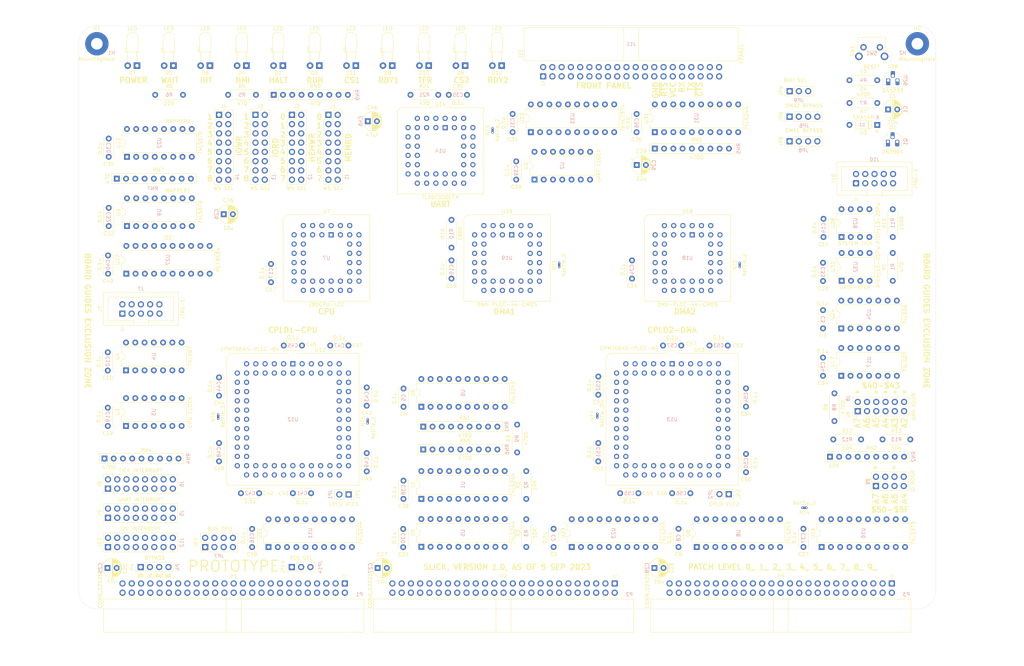
<source format=kicad_pcb>
(kicad_pcb (version 20211014) (generator pcbnew)
  (layers (0 "F.Cu" signal) (31 "B.Cu" signal) (34 "B.Paste" user) (35 "F.Paste" user) (36 "B.SilkS" user "B.Silkscreen") (37 "F.SilkS" user "F.Silkscreen") (38 "B.Mask" user) (39 "F.Mask" user) (44 "Edge.Cuts" user))
  (net 0 "")
  (net 1 "GND")
  (net 2 "VCC")
  (net 3 "Net-(D2-Pad1)")
  (net 4 "Net-(D4-Pad2)")
  (net 5 "Net-(D5-Pad2)")
  (net 6 "Net-(D8-Pad1)")
  (net 7 "Net-(D1-Pad1)")
  (net 8 "Net-(D4-Pad1)")
  (net 9 "Net-(D10-Pad2)")
  (net 10 "Net-(R21-Pad2)")
  (net 11 "Net-(J12-Pad1)")
  (net 13 "IM2-S2")
  (net 14 "~{WAIT}")
  (net 15 "~{INT0}")
  (net 16 "~{TEND1}")
  (net 17 "~{TEND0}")
  (net 18 "~{DREQ1}")
  (net 19 "~{DREQ0}")
  (net 20 "~{IEI}")
  (net 21 "-12V")
  (net 22 "~{EIRQ0}")
  (net 23 "~{EIRQ1}")
  (net 24 "~{EIRQ2}")
  (net 25 "~{EIRQ3}")
  (net 26 "~{EIRQ4}")
  (net 27 "~{EIRQ5}")
  (net 28 "~{EIRQ6}")
  (net 29 "~{EIRQ7}")
  (net 30 "~{RFSH}")
  (net 31 "~{HALT}")
  (net 32 "~{BUSRQ}")
  (net 33 "/bus/CRUCLK")
  (net 34 "~{NMI}")
  (net 35 "CLK")
  (net 36 "~{BUSACK}")
  (net 37 "~{M1}")
  (net 38 "~{MREQ}")
  (net 39 "~{IORQ}")
  (net 40 "~{WR}")
  (net 41 "~{RD}")
  (net 42 "A0")
  (net 43 "A1")
  (net 44 "A2")
  (net 45 "A3")
  (net 46 "A4")
  (net 47 "A5")
  (net 48 "A6")
  (net 49 "A7")
  (net 50 "A8")
  (net 51 "A9")
  (net 52 "A10")
  (net 53 "A11")
  (net 54 "A12")
  (net 55 "A13")
  (net 56 "A14")
  (net 57 "A15")
  (net 58 "+12V")
  (net 59 "D0")
  (net 60 "D1")
  (net 61 "D2")
  (net 62 "D3")
  (net 63 "D4")
  (net 64 "D5")
  (net 65 "D6")
  (net 66 "D7")
  (net 67 "/CPLDs/VCC1")
  (net 68 "/CPLDs/VCC2")
  (net 69 "1WS")
  (net 70 "2WS")
  (net 71 "3WS")
  (net 72 "4WS")
  (net 73 "ONE")
  (net 74 "ZERO")
  (net 75 "Net-(D9-Pad1)")
  (net 76 "Net-(D11-Pad1)")
  (net 77 "Net-(D12-Pad1)")
  (net 78 "5WS")
  (net 79 "Net-(JP7-Pad7)")
  (net 80 "Net-(JP7-Pad5)")
  (net 81 "Net-(JP7-Pad3)")
  (net 82 "Net-(JP7-Pad1)")
  (net 83 "~{BAO}")
  (net 84 "Net-(J11-Pad19)")
  (net 85 "Net-(J11-Pad17)")
  (net 86 "Net-(J11-Pad15)")
  (net 87 "WS-MEMRD")
  (net 88 "WS-MEMWR")
  (net 89 "WS-IORD")
  (net 90 "WS-IOWR")
  (net 91 "~{IM2-EN}")
  (net 92 "~{DMA-BAO2}")
  (net 93 "~{DMA-IEO2}")
  (net 94 "~{CPU-BUSACK}")
  (net 95 "~{DMA-IEI1}")
  (net 96 "~{DMA-INT-PULSE1}")
  (net 97 "~{DMA-INT-PULSE2}")
  (net 98 "~{CPU-IORQ}")
  (net 99 "6WS")
  (net 100 "~{CPU-RESET}")
  (net 101 "BUSACK")
  (net 102 "CPU-A1")
  (net 103 "CPU-A0")
  (net 104 "READY")
  (net 105 "~{IM2-INT}")
  (net 106 "~{CPU-WAIT}")
  (net 107 "~{CPU-M1}")
  (net 108 "~{CPU-RFSH}")
  (net 109 "~{CPU-WR}")
  (net 110 "~{CPU-BUSRQ}")
  (net 111 "~{CPU-RD}")
  (net 112 "~{CPU-MREQ}")
  (net 113 "~{BUS-EN}")
  (net 114 "DATA-DIR")
  (net 115 "~{DMA-CS2}")
  (net 116 "~{DMA-CS1}")
  (net 117 "DMA-RDY2")
  (net 118 "~{DMA-RESET2}")
  (net 119 "DMA-RDY1")
  (net 120 "~{DMA-RESET1}")
  (net 121 "I2C-SDA")
  (net 122 "7WS")
  (net 123 "8WS")
  (net 124 "I2C-SCL")
  (net 125 "~{EXT-RES}")
  (net 126 "~{FP-LATCH-RD}")
  (net 127 "~{RES-OUT}")
  (net 128 "FP-LATCH-WR")
  (net 129 "~{FP-LATCH}")
  (net 130 "~{RES-IN}")
  (net 131 "Net-(JP9-Pad2)")
  (net 132 "/fpanel/FP-D7")
  (net 133 "/fpanel/FP-D6")
  (net 134 "/fpanel/FP-D5")
  (net 135 "/fpanel/FP-D4")
  (net 136 "/fpanel/FP-D3")
  (net 137 "/fpanel/FP-D2")
  (net 138 "/fpanel/FP-D1")
  (net 139 "/fpanel/FP-D0")
  (net 140 "~{DMA-BAO1}")
  (net 141 "~{DMA-IEO1}")
  (net 142 "/DMA/GND-DMA1")
  (net 143 "/DMA/GND-DMA2")
  (net 144 "CPU-A3")
  (net 145 "CPU-A4")
  (net 146 "CPU-A2")
  (net 147 "CPU-A5")
  (net 148 "CPU-A6")
  (net 149 "CPU-A7")
  (net 150 "RAW-CLK")
  (net 151 "CPU-A11")
  (net 152 "CPU-A12")
  (net 153 "CPU-A10")
  (net 154 "CPU-A13")
  (net 155 "CPU-A9")
  (net 156 "CPU-A14")
  (net 157 "CPU-A8")
  (net 158 "CPU-A15")
  (net 159 "~{CPU-NMI}")
  (net 160 "~{CPU-INT}")
  (net 161 "~{CPU-HALT}")
  (net 162 "CPU-D1")
  (net 163 "CPU-D7")
  (net 164 "CPU-D6")
  (net 165 "CPU-D3")
  (net 166 "CPU-D0")
  (net 167 "CPU-D2")
  (net 168 "CPU-D5")
  (net 169 "CPU-D4")
  (net 170 "A16")
  (net 171 "A17")
  (net 172 "A18")
  (net 173 "A19")
  (net 174 "A20")
  (net 175 "A21")
  (net 176 "mA21")
  (net 177 "mA20")
  (net 178 "mA19")
  (net 179 "mA18")
  (net 180 "mA17")
  (net 181 "mA16")
  (net 182 "mA15")
  (net 183 "mA14")
  (net 184 "~{PAGE-EN}")
  (net 185 "SEL-A14")
  (net 186 "SEL-A15")
  (net 187 "~{IEO}")
  (net 188 "~{BAI}")
  (net 189 "~{IM2-IEO}")
  (net 190 "IO-SEL")
  (net 191 "~{PAGE-WR}")
  (net 192 "TCK-1")
  (net 193 "INT")
  (net 194 "RESET")
  (net 195 "~{CS-UART}")
  (net 196 "470H")
  (net 197 "470G")
  (net 198 "470E")
  (net 199 "470F")
  (net 200 "470A")
  (net 201 "470D")
  (net 202 "470C")
  (net 203 "470B")
  (net 204 "10KA")
  (net 205 "UART-CLK")
  (net 206 "Net-(U14-Pad10)")
  (net 207 "Net-(J5-Pad1)")
  (net 214 "TDO-1")
  (net 215 "/bus/E")
  (net 216 "/bus/ST")
  (net 217 "/bus/PHI")
  (net 218 "/bus/~{INT2}")
  (net 219 "/bus/~{INT1}")
  (net 220 "TMS-1")
  (net 221 "/bus/CRUOUT")
  (net 222 "/bus/CRUIN")
  (net 224 "/bus/USER8")
  (net 225 "/bus/USER7")
  (net 226 "/bus/USER6")
  (net 227 "/bus/USER5")
  (net 228 "/bus/USER4")
  (net 229 "/bus/USER3")
  (net 230 "/bus/USER2")
  (net 231 "/bus/USER1")
  (net 232 "/bus/USER0")
  (net 234 "/bus/A31")
  (net 235 "/bus/A30")
  (net 236 "/bus/A29")
  (net 237 "/bus/A28")
  (net 238 "/bus/A27")
  (net 239 "/bus/A26")
  (net 240 "/bus/A25")
  (net 241 "/bus/A24")
  (net 242 "/bus/A23")
  (net 243 "/bus/A22")
  (net 244 "/bus/IC3")
  (net 245 "/bus/IC2")
  (net 246 "/bus/IC1")
  (net 247 "/bus/IC0")
  (net 248 "/bus/AUXCLK1")
  (net 249 "/bus/AUXCLK0")
  (net 250 "/bus/D15")
  (net 251 "/bus/D31")
  (net 252 "/bus/D14")
  (net 253 "/bus/D30")
  (net 254 "/bus/D13")
  (net 255 "/bus/D29")
  (net 256 "/bus/D12")
  (net 257 "/bus/D28")
  (net 258 "/bus/D11")
  (net 259 "/bus/D27")
  (net 260 "/bus/D10")
  (net 261 "/bus/D26")
  (net 262 "/bus/D9")
  (net 263 "/bus/D25")
  (net 264 "/bus/D8")
  (net 265 "/bus/D24")
  (net 266 "/bus/D23")
  (net 267 "/bus/D22")
  (net 268 "/bus/D21")
  (net 269 "/bus/D20")
  (net 270 "/bus/D19")
  (net 271 "/bus/D18")
  (net 272 "/bus/D17")
  (net 273 "/bus/D16")
  (net 274 "/bus/~{BUSERR}")
  (net 275 "/bus/UDS")
  (net 276 "/bus/~{VPA}")
  (net 277 "/bus/LDS")
  (net 278 "/bus/~{VMA}")
  (net 279 "/bus/S2")
  (net 280 "/bus/~{BHE}")
  (net 281 "/bus/S1")
  (net 282 "/bus/IPL2")
  (net 283 "/bus/S0")
  (net 284 "/bus/IPL1")
  (net 285 "/bus/AUXCLK3")
  (net 286 "/bus/IPL0")
  (net 287 "/bus/AUXCLK2")
  (net 288 "~{CS-MAP}")
  (net 290 "TDI-1")
  (net 291 "Q7")
  (net 312 "Q6")
  (net 324 "Q5")
  (net 329 "Q4")
  (net 330 "Q3")
  (net 331 "Q2")
  (net 332 "R7")
  (net 333 "~{INT-I2C}")
  (net 334 "INT-I2C")
  (net 335 "R6")
  (net 336 "~{CS-I2C-WR}")
  (net 337 "R5")
  (net 338 "R4")
  (net 339 "Net-(J6-Pad1)")
  (net 340 "Net-(Q1-Pad2)")
  (net 342 "TCK-2")
  (net 343 "TDO-2")
  (net 344 "TMS-2")
  (net 348 "TDI-2")
  (net 349 "~{A-PRIME}")
  (net 368 "~{CS-I2C}")
  (net 371 "~{RTS}")
  (net 372 "RX")
  (net 373 "TX")
  (net 374 "~{CTS}")
  (net 375 "DATA-XFER")
  (net 376 "~{WAIT-EN}")
  (net 378 "~{IM2-EN-OE}")
  (net 379 "~{INT0-EN}")
  (net 380 "Net-(J11-Pad5)")
  (net 381 "Net-(J11-Pad7)")
  (net 382 "Net-(J11-Pad9)")
  (net 383 "Net-(J11-Pad11)")
  (net 384 "Net-(J11-Pad13)")
  (net 385 "Net-(R11-Pad1)")
  (net 387 "IM2-S1")
  (net 388 "IM2-S0")
  (net 389 "~{A}")
  (net 390 "GND1")
  (net 391 "GND2")
  (footprint "Connector_IDC:IDC-Header_2x25_P2.54mm_Horizontal" (layer "F.Cu") (at 108 223 -90)
    (fp_text reference "P1")
    (fp_text value "CONN_02X25")
  )
  (footprint "Capacitor_THT:C_Disc_D5.0mm_W2.5mm_P5.00mm" (layer "F.Cu") (at 165.25 208 -90)
    (fp_text reference "C2")
    (fp_text value "0.1u")
  )
  (footprint "Capacitor_THT:C_Disc_D5.0mm_W2.5mm_P5.00mm" (layer "F.Cu") (at 239.125 148.05 -90)
    (fp_text reference "C3")
    (fp_text value "0.1u")
  )
  (footprint "Capacitor_THT:C_Disc_D5.0mm_W2.5mm_P5.00mm" (layer "F.Cu") (at 124.1 169.55 -90)
    (fp_text reference "C5")
    (fp_text value "0.1u")
  )
  (footprint "Capacitor_THT:C_Disc_D5.0mm_W2.5mm_P5.00mm" (layer "F.Cu") (at 199.5 208 -90)
    (fp_text reference "C8")
    (fp_text value "0.1u")
  )
  (footprint "Capacitor_THT:C_Disc_D5.0mm_W2.5mm_P5.00mm" (layer "F.Cu") (at 42.995 159.6 -90)
    (fp_text reference "C10")
    (fp_text value "0.1u")
  )
  (footprint "Capacitor_THT:C_Disc_D5.0mm_W2.5mm_P5.00mm" (layer "F.Cu") (at 239.25 123 -90)
    (fp_text reference "C14")
    (fp_text value "0.1u")
  )
  (footprint "Capacitor_THT:C_Disc_D5.0mm_W2.5mm_P5.00mm" (layer "F.Cu") (at 137.25 134.4 -90)
    (fp_text reference "C15")
    (fp_text value "0.1u")
  )
  (footprint "Capacitor_THT:CP_Radial_D5.0mm_P2.50mm" (layer "F.Cu") (at 42.9296 218.75)
    (fp_text reference "C25")
    (fp_text value "10u")
  )
  (footprint "Capacitor_THT:CP_Radial_D5.0mm_P2.50mm" (layer "F.Cu") (at 74.794888 121.75)
    (fp_text reference "C26")
    (fp_text value "10u")
  )
  (footprint "Capacitor_THT:C_Disc_D5.0mm_W2.5mm_P5.00mm" (layer "F.Cu") (at 87.75 135.39 -90)
    (fp_text reference "C17")
    (fp_text value "0.1u")
  )
  (footprint "Capacitor_THT:C_Disc_D5.0mm_W2.5mm_P5.00mm" (layer "F.Cu") (at 124 208.05 -90)
    (fp_text reference "C20")
    (fp_text value "0.1u")
  )
  (footprint "Capacitor_THT:CP_Radial_D5.0mm_P2.50mm" (layer "F.Cu") (at 117 218.75)
    (fp_text reference "C27")
    (fp_text value "10u")
  )
  (footprint "Capacitor_THT:CP_Radial_D5.0mm_P2.50mm" (layer "F.Cu") (at 192.8847 218.75)
    (fp_text reference "C28")
    (fp_text value "10u")
  )
  (footprint "Capacitor_THT:CP_Radial_D5.0mm_P2.50mm" (layer "F.Cu") (at 188.0449 108.25)
    (fp_text reference "C29")
    (fp_text value "22u")
  )
  (footprint "LED_THT:LED_D3.0mm_Horizontal_O3.81mm_Z2.0mm" (layer "F.Cu") (at 81 81 180)
    (fp_text reference "D4")
    (fp_text value "LED")
  )
  (footprint "LED_THT:LED_D3.0mm_Horizontal_O3.81mm_Z2.0mm" (layer "F.Cu") (at 61 81 180)
    (fp_text reference "D5")
    (fp_text value "LED")
  )
  (footprint "LED_THT:LED_D3.0mm_Horizontal_O3.81mm_Z2.0mm" (layer "F.Cu") (at 71 81 180)
    (fp_text reference "D6")
    (fp_text value "LED")
  )
  (footprint "LED_THT:LED_D3.0mm_Horizontal_O3.81mm_Z2.0mm" (layer "F.Cu") (at 91 81 180)
    (fp_text reference "D1")
    (fp_text value "LED")
  )
  (footprint "LED_THT:LED_D3.0mm_Horizontal_O3.81mm_Z2.0mm" (layer "F.Cu") (at 101 81 180)
    (fp_text reference "D2")
    (fp_text value "LED")
  )
  (footprint "Resistor_THT:R_Axial_DIN0207_L6.3mm_D2.5mm_P7.62mm_Horizontal" (layer "F.Cu") (at 76 89)
    (fp_text reference "R5")
    (fp_text value "470")
  )
  (footprint "Resistor_THT:R_Axial_DIN0207_L6.3mm_D2.5mm_P7.62mm_Horizontal" (layer "F.Cu") (at 56 89)
    (fp_text reference "R6")
    (fp_text value "220")
  )
  (footprint "Resistor_THT:R_Array_SIP9" (layer "F.Cu") (at 241.015 188.25)
    (fp_text reference "RN2")
    (fp_text value "10K")
  )
  (footprint "Package_DIP:DIP-14_W7.62mm" (layer "F.Cu") (at 47.995 164.55 90)
    (fp_text reference "U4")
    (fp_text value "74LS07")
  )
  (footprint "Package_DIP:DIP-20_W7.62mm" (layer "F.Cu") (at 128.975 212.95 90)
    (fp_text reference "U5")
    (fp_text value "74LS244")
  )
  (footprint "Package_DIP:DIP-20_W7.62mm" (layer "F.Cu") (at 128.975 174.55 90)
    (fp_text reference "U6")
    (fp_text value "74LS244")
  )
  (footprint "Package_DIP:DIP-20_W7.62mm" (layer "F.Cu") (at 204.5 213 90)
    (fp_text reference "U8")
    (fp_text value "74LS245")
  )
  (footprint "Package_DIP:DIP-20_W7.62mm" (layer "F.Cu") (at 128.975 199.8 90)
    (fp_text reference "U1")
    (fp_text value "74LS244")
  )
  (footprint "Connector_IDC:IDC-Header_2x25_P2.54mm_Horizontal" (layer "F.Cu") (at 182 223 -90)
    (fp_text reference "P2")
    (fp_text value "CONN_02X25")
  )
  (footprint "MountingHole:MountingHole_3.2mm_M3_Pad" (layer "F.Cu") (at 265 75)
    (fp_text reference "H2")
    (fp_text value "MountingHole")
  )
  (footprint "Resistor_THT:R_Array_SIP9" (layer "F.Cu") (at 129.5 180)
    (fp_text reference "RN1")
    (fp_text value "4700")
  )
  (footprint "Package_DIP:DIP-20_W7.62mm" (layer "F.Cu") (at 87.075 213.025 90)
    (fp_text reference "U11")
    (fp_text value "74LS244")
  )
  (footprint "Package_DIP:DIP-20_W7.62mm" (layer "F.Cu") (at 238.75 213 90)
    (fp_text reference "U16")
    (fp_text value "74LS373")
  )
  (footprint "Connector_PinHeader_2.54mm:PinHeader_2x08_P2.54mm_Vertical" (layer "F.Cu") (at 83.5 94.5)
    (fp_text reference "J3")
    (fp_text value "WS SEL")
  )
  (footprint "Connector_PinHeader_2.54mm:PinHeader_2x08_P2.54mm_Vertical" (layer "F.Cu") (at 103.5 94.5)
    (fp_text reference "J1")
    (fp_text value "WS SEL")
  )
  (footprint "Capacitor_THT:C_Disc_D5.0mm_W2.5mm_P5.00mm" (layer "F.Cu") (at 42.995 174.8 -90)
    (fp_text reference "C19")
    (fp_text value "0.1u")
  )
  (footprint "Capacitor_THT:C_Disc_D5.0mm_W2.5mm_P5.00mm" (layer "F.Cu") (at 82.575 208.025 -90)
    (fp_text reference "C16")
    (fp_text value "0.1u")
  )
  (footprint "Package_DIP:DIP-14_W7.62mm" (layer "F.Cu") (at 47.995 179.8 90)
    (fp_text reference "U3")
    (fp_text value "CPU CLOCK")
  )
  (footprint "MountingHole:MountingHole_3.2mm_M3_Pad" (layer "F.Cu") (at 40 75)
    (fp_text reference "H1")
    (fp_text value "MountingHole")
  )
  (footprint "LED_THT:LED_D3.0mm_Horizontal_O3.81mm_Z2.0mm" (layer "F.Cu") (at 51 81 180)
    (fp_text reference "D7")
    (fp_text value "LED")
  )
  (footprint "Connector_IDC:IDC-Header_2x25_P2.54mm_Horizontal" (layer "F.Cu") (at 258 223 -90)
    (fp_text reference "P3")
    (fp_text value "CONN_02X25")
  )
  (footprint "Package_LCC:PLCC-84_THT-Socket" (layer "F.Cu") (at 197.75 162.76)
    (fp_text reference "U13")
    (fp_text value "EPM7064S-PLCC-84")
  )
  (footprint "Capacitor_THT:C_Disc_D5.0mm_W2.5mm_P5.00mm" (layer "F.Cu") (at 188 94.25 -90)
    (fp_text reference "C36")
    (fp_text value "0.1u")
  )
  (footprint "Capacitor_THT:C_Disc_D5.0mm_W2.5mm_P5.00mm" (layer "F.Cu") (at 124.075 194.8 -90)
    (fp_text reference "C38")
    (fp_text value "0.1u")
  )
  (footprint "Capacitor_THT:CP_Radial_D5.0mm_P2.50mm" (layer "F.Cu") (at 114.294888 96.25)
    (fp_text reference "C46")
    (fp_text value "47uF")
  )
  (footprint "LED_THT:LED_D3.0mm_Horizontal_O3.81mm_Z2.0mm" (layer "F.Cu") (at 121 81 180)
    (fp_text reference "D8")
    (fp_text value "LED")
  )
  (footprint "LED_THT:LED_D3.0mm_Horizontal_O3.81mm_Z2.0mm" (layer "F.Cu") (at 131 81 180)
    (fp_text reference "D10")
    (fp_text value "LED")
  )
  (footprint "Resistor_THT:R_Axial_DIN0207_L6.3mm_D2.5mm_P7.62mm_Horizontal" (layer "F.Cu") (at 126 89)
    (fp_text reference "R21")
    (fp_text value "470")
  )
  (footprint "Package_DIP:DIP-14_W7.62mm" (layer "F.Cu") (at 244.125 166.05 90)
    (fp_text reference "U17")
    (fp_text value "74LS07")
  )
  (footprint "Package_LCC:PLCC-44_THT-Socket" (layer "F.Cu") (at 153.75 127.4)
    (fp_text reference "U19")
    (fp_text value "DMA-PLCC-44-CMOS")
  )
  (footprint "Package_LCC:PLCC-44_THT-Socket" (layer "F.Cu") (at 104.25 127.39)
    (fp_text reference "U7")
    (fp_text value "Z80CPU-LCC")
  )
  (footprint "Connector_PinHeader_2.54mm:PinHeader_2x08_P2.54mm_Vertical" (layer "F.Cu") (at 73.5 94.5)
    (fp_text reference "J4")
    (fp_text value "WS SEL")
  )
  (footprint "Connector_PinHeader_2.54mm:PinHeader_2x08_P2.54mm_Vertical" (layer "F.Cu") (at 93.5 94.5)
    (fp_text reference "J2")
    (fp_text value "WS SEL")
  )
  (footprint "Capacitor_THT:CP_Radial_D5.0mm_P2.50mm" (layer "F.Cu") (at 256.984888 93)
    (fp_text reference "C1")
    (fp_text value "10u")
  )
  (footprint "LED_THT:LED_D3.0mm_Horizontal_O3.81mm_Z2.0mm" (layer "F.Cu") (at 141 81 180)
    (fp_text reference "D9")
    (fp_text value "LED")
  )
  (footprint "LED_THT:LED_D3.0mm_Horizontal_O3.81mm_Z2.0mm" (layer "F.Cu") (at 111 81 180)
    (fp_text reference "D11")
    (fp_text value "LED")
  )
  (footprint "LED_THT:LED_D3.0mm_Horizontal_O3.81mm_Z2.0mm" (layer "F.Cu") (at 151 81 180)
    (fp_text reference "D12")
    (fp_text value "LED")
  )
  (footprint "Package_DIP:DIP-14_W7.62mm" (layer "F.Cu") (at 244.125 153.05 90)
    (fp_text reference "U24")
    (fp_text value "74LS06")
  )
  (footprint "Connector_PinHeader_2.54mm:PinHeader_2x04_P2.54mm_Vertical" (layer "F.Cu") (at 69.7 213.025 90)
    (fp_text reference "JP7")
    (fp_text value "BUS CPU")
  )
  (footprint "Resistor_THT:R_Array_SIP9" (layer "F.Cu") (at 42.075 188.75)
    (fp_text reference "RN4")
    (fp_text value "4700")
  )
  (footprint "Connector_IDC:IDC-Header_2x20_P2.54mm_Horizontal" (layer "F.Cu") (at 162.37 83.9475 90)
    (fp_text reference "J11")
    (fp_text value "FPANEL")
  )
  (footprint "Resistor_THT:R_Axial_DIN0207_L6.3mm_D2.5mm_P7.62mm_Horizontal" (layer "F.Cu") (at 137.25 130.9 90)
    (fp_text reference "R10")
    (fp_text value "1800")
  )
  (footprint "Resistor_THT:R_Array_SIP9" (layer "F.Cu") (at 193 103.75)
    (fp_text reference "RN5")
    (fp_text value "4700")
  )
  (footprint "Package_DIP:DIP-20_W7.62mm" (layer "F.Cu") (at 193 99.25 90)
    (fp_text reference "U31")
    (fp_text value "74LS244")
  )
  (footprint "Connector_PinHeader_2.54mm:PinHeader_1x04_P2.54mm_Vertical" (layer "F.Cu") (at 229.95 101.75 90)
    (fp_text reference "JP8")
    (fp_text value "DMA1 BYPASS")
  )
  (footprint "Resistor_THT:R_Array_SIP9" (layer "F.Cu") (at 129.5 186.25)
    (fp_text reference "RN6")
    (fp_text value "4700")
  )
  (footprint "Package_DIP:DIP-20_W7.62mm" (layer "F.Cu") (at 159 99.25 90)
    (fp_text reference "U33")
    (fp_text value "74HCT374")
  )
  (footprint "Connector_PinHeader_2.54mm:PinHeader_1x03_P2.54mm_Vertical" (layer "F.Cu") (at 229.975 88 90)
    (fp_text reference "JP9")
    (fp_text value "BAO SEL")
  )
  (footprint "Capacitor_THT:C_Disc_D5.0mm_W2.5mm_P5.00mm" (layer "F.Cu") (at 233.75 208 -90)
    (fp_text reference "C37")
    (fp_text value "0.1u")
  )
  (footprint "Resistor_THT:R_Array_SIP9" (layer "F.Cu") (at 45.465 112)
    (fp_text reference "RN7")
    (fp_text value "470")
  )
  (footprint "Package_DIP:DIP-16_W7.62mm" (layer "F.Cu") (at 48.25 125 90)
    (fp_text reference "U9")
    (fp_text value "74LS670")
  )
  (footprint "Package_LCC:PLCC-84_THT-Socket" (layer "F.Cu") (at 93.75 162.76)
    (fp_text reference "U12")
    (fp_text value "EPM7064S-PLCC-84")
  )
  (footprint "Package_DIP:DIP-16_W7.62mm" (layer "F.Cu") (at 48.25 106 90)
    (fp_text reference "U22")
    (fp_text value "74LS670")
  )
  (footprint "Package_DIP:DIP-20_W7.62mm" (layer "F.Cu") (at 170.225 213 90)
    (fp_text reference "U23")
    (fp_text value "74LS244")
  )
  (footprint "Package_DIP:DIP-8_W7.62mm" (layer "F.Cu") (at 244.25 140 90)
    (fp_text reference "U32")
    (fp_text value "ATtiny13-20PU")
  )
  (footprint "Capacitor_THT:C_Disc_D5.0mm_W2.5mm_P5.00mm" (layer "F.Cu") (at 43.25 101 -90)
    (fp_text reference "C30")
    (fp_text value "0.1u")
  )
  (footprint "Capacitor_THT:C_Disc_D5.0mm_W2.5mm_P5.00mm" (layer "F.Cu") (at 154 94.25 -90)
    (fp_text reference "C31")
    (fp_text value "0.1u")
  )
  (footprint "Capacitor_THT:C_Disc_D5.0mm_W2.5mm_P5.00mm" (layer "F.Cu") (at 43.25 120 -90)
    (fp_text reference "C32")
    (fp_text value "0.1u")
  )
  (footprint "Capacitor_THT:C_Disc_D5.0mm_W2.5mm_P5.00mm" (layer "F.Cu") (at 239.125 135.05 -90)
    (fp_text reference "C33")
    (fp_text value "0.1u")
  )
  (footprint "Capacitor_THT:C_Disc_D5.0mm_W2.5mm_P5.00mm" (layer "F.Cu") (at 239.125 161.05 -90)
    (fp_text reference "C34")
    (fp_text value "0.1u")
  )
  (footprint "Capacitor_THT:C_Disc_D5.0mm_W2.5mm_P5.00mm" (layer "F.Cu") (at 136.5 89)
    (fp_text reference "C35")
    (fp_text value "0.1u")
  )
  (footprint "Package_LCC:PLCC-44_THT-Socket" (layer "F.Cu") (at 135.5 98)
    (fp_text reference "U14")
    (fp_text value "TL16C550CFN")
  )
  (footprint "Package_DIP:DIP-14_W7.62mm" (layer "F.Cu") (at 160 112.25 90)
    (fp_text reference "U2")
    (fp_text value "UART CLOCK")
  )
  (footprint "Diode_THT:D_DO-35_SOD27_P7.62mm_Horizontal" (layer "F.Cu") (at 254 97.25 180)
    (fp_text reference "D3")
    (fp_text value "1N4148")
  )
  (footprint "Resistor_THT:R_Axial_DIN0207_L6.3mm_D2.5mm_P7.62mm_Horizontal" (layer "F.Cu") (at 254 85 180)
    (fp_text reference "R4")
    (fp_text value "10")
  )
  (footprint "Button_Switch_THT:SW_Tactile_SPST_Angled_PTS645Vx58-2LFS" (layer "F.Cu") (at 250.225 75.9625)
    (fp_text reference "SW1")
    (fp_text value "RESET")
  )
  (footprint "Capacitor_THT:C_Disc_D5.0mm_W2.5mm_P5.00mm" (layer "F.Cu") (at 155 107.25 -90)
    (fp_text reference "C39")
    (fp_text value "0.1u")
  )
  (footprint "Resistor_THT:R_Array_SIP9" (layer "F.Cu") (at 88.5 89)
    (fp_text reference "RN9")
    (fp_text value "470")
  )
  (footprint "Resistor_THT:R_Axial_DIN0207_L6.3mm_D2.5mm_P7.62mm_Horizontal" (layer "F.Cu") (at 258.25 140 90)
    (fp_text reference "R1")
    (fp_text value "470")
  )
  (footprint "Package_LCC:PLCC-44_THT-Socket" (layer "F.Cu") (at 203.25 127.4)
    (fp_text reference "U18")
    (fp_text value "DMA-PLCC-44-CMOS")
  )
  (footprint "Connector_PinHeader_2.54mm:PinHeader_1x04_P2.54mm_Vertical" (layer "F.Cu") (at 229.95 95 90)
    (fp_text reference "JP6")
    (fp_text value "DMA2 BYPASS")
  )
  (footprint "Capacitor_THT:C_Disc_D5.0mm_W2.5mm_P5.00mm" (layer "F.Cu") (at 186.75 134.4 -90)
    (fp_text reference "C24")
    (fp_text value "0.1u")
  )
  (footprint "Connector_PinHeader_2.54mm:PinHeader_1x04_P2.54mm_Vertical" (layer "F.Cu") (at 52.018 218.5 90)
    (fp_text reference "P4")
    (fp_text value "BYPASS")
  )
  (footprint "Connector_IDC:IDC-Header_2x05_P2.54mm_Vertical" (layer "F.Cu") (at 248.17 113.2525 90)
    (fp_text reference "J10")
    (fp_text value "JTAG-2")
  )
  (footprint "Capacitor_THT:C_Disc_D5.0mm_W2.5mm_P5.00mm" (layer "F.Cu") (at 114 192.25 90)
    (fp_text reference "C49")
    (fp_text value "0.1u")
  )
  (footprint "Capacitor_THT:C_Disc_D5.0mm_W2.5mm_P5.00mm" (layer "F.Cu") (at 91.25 157.75)
    (fp_text reference "C45")
    (fp_text value "0.1u")
  )
  (footprint "Capacitor_THT:C_Disc_D5.0mm_W2.5mm_P5.00mm" (layer "F.Cu") (at 93.75 198.25)
    (fp_text reference "C41")
    (fp_text value "0.1u")
  )
  (footprint "Connector_PinHeader_2.54mm:PinHeader_2x06_P2.54mm_Vertical" (layer "F.Cu") (at 248.65 175.75 90)
    (fp_text reference "J8")
    (fp_text value "DMA ADDR")
  )
  (footprint "Capacitor_THT:C_Disc_D5.0mm_W2.5mm_P5.00mm" (layer "F.Cu") (at 104 157.75)
    (fp_text reference "C47")
    (fp_text value "0.1u")
  )
  (footprint "NetTie:NetTie-2_THT_Pad0.3mm" (layer "F.Cu") (at 216.25 136.25 90)
    (fp_text reference "NT2")
    (fp_text value "NetTie_2")
  )
  (footprint "Resistor_THT:R_Axial_DIN0207_L6.3mm_D2.5mm_P7.62mm_Horizontal" (layer "F.Cu") (at 157.75 213 90)
    (fp_text reference "R3")
    (fp_text value "10K")
  )
  (footprint "NetTie:NetTie-2_THT_Pad0.3mm" (layer "F.Cu") (at 234.6 202.25 180)
    (fp_text reference "NT4")
    (fp_text value "NetTie_2")
  )
  (footprint "NetTie:NetTie-2_THT_Pad0.3mm" (layer "F.Cu") (at 114.25 179.1 90)
    (fp_text reference "NT5")
    (fp_text value "NetTie_2")
  )
  (footprint "Resistor_THT:R_Axial_DIN0207_L6.3mm_D2.5mm_P7.62mm_Horizontal" (layer "F.Cu") (at 258.25 128 90)
    (fp_text reference "R11")
    (fp_text value "1000")
  )
  (footprint "Capacitor_THT:C_Disc_D5.0mm_W2.5mm_P5.00mm" (layer "F.Cu") (at 218 192.5 90)
    (fp_text reference "C50")
    (fp_text value "0.1u")
  )
  (footprint "NetTie:NetTie-2_THT_Pad0.3mm" (layer "F.Cu") (at 148.5 99.35 90)
    (fp_text reference "NT3")
    (fp_text value "NetTie_2")
  )
  (footprint "Connector_PinHeader_2.54mm:PinHeader_2x04_P2.54mm_Vertical" (layer "F.Cu") (at 253.64 196.275 90)
    (fp_text reference "J9")
    (fp_text value "IO ADDR")
  )
  (footprint "Capacitor_THT:C_Disc_D5.0mm_W2.5mm_P5.00mm" (layer "F.Cu") (at 177.5 184.5 -90)
    (fp_text reference "C51")
    (fp_text value "0.1u")
  )
  (footprint "Connector_PinHeader_2.54mm:PinHeader_2x01_P2.54mm_Vertical" (layer "F.Cu") (at 213.275 198.5 180)
    (fp_text reference "JP2")
    (fp_text value "CPLD VCC2")
  )
  (footprint "Capacitor_THT:C_Disc_D5.0mm_W2.5mm_P5.00mm" (layer "F.Cu") (at 195.25 157.75)
    (fp_text reference "C57")
    (fp_text value "0.1u")
  )
  (footprint "Connector_PinHeader_2.54mm:PinHeader_2x08_P2.54mm_Vertical" (layer "F.Cu") (at 43.05 196.985 90)
    (fp_text reference "J6")
    (fp_text value "TICK INTERRUPT")
  )
  (footprint "Capacitor_THT:C_Disc_D5.0mm_W2.5mm_P5.00mm" (layer "F.Cu") (at 73.5 184.5 -90)
    (fp_text reference "C48")
    (fp_text value "0.1u")
  )
  (footprint "Package_DIP:DIP-20_W7.62mm" (layer "F.Cu") (at 48.075 138.05 90)
    (fp_text reference "U27")
    (fp_text value "PCF8584")
  )
  (footprint "NetTie:NetTie-2_THT_Pad0.3mm" (layer "F.Cu") (at 166.75 136.25 90)
    (fp_text reference "NT1")
    (fp_text value "NetTie_2")
  )
  (footprint "Capacitor_THT:C_Disc_D5.0mm_W2.5mm_P5.00mm" (layer "F.Cu") (at 73.5 166.5 -90)
    (fp_text reference "C44")
    (fp_text value "0.1u")
  )
  (footprint "Capacitor_THT:C_Disc_D5.0mm_W2.5mm_P5.00mm" (layer "F.Cu") (at 197.75 198.25)
    (fp_text reference "C56")
    (fp_text value "0.1u")
  )
  (footprint "Capacitor_THT:C_Disc_D5.0mm_W2.5mm_P5.00mm" (layer "F.Cu") (at 177.5 166.25 -90)
    (fp_text reference "C52")
    (fp_text value "0.1u")
  )
  (footprint "Capacitor_THT:C_Disc_D5.0mm_W2.5mm_P5.00mm" (layer "F.Cu") (at 43.075 133.05 -90)
    (fp_text reference "C40")
    (fp_text value "0.1u")
  )
  (footprint "NetTie:NetTie-2_THT_Pad0.3mm" (layer "F.Cu") (at 177.25 177.6 90)
    (fp_text reference "NT7")
    (fp_text value "NetTie_2")
  )
  (footprint "Connector_PinHeader_2.54mm:PinHeader_2x08_P2.54mm_Vertical" (layer "F.Cu") (at 43.05 205 90)
    (fp_text reference "J5")
    (fp_text value "UART INTERRUPT")
  )
  (footprint "Package_DIP:DIP-8_W7.62mm" (layer "F.Cu") (at 244.2 127.99 90)
    (fp_text reference "U28")
    (fp_text value "ATtiny13-20PU")
  )
  (footprint "Capacitor_THT:C_Disc_D5.0mm_W2.5mm_P5.00mm" (layer "F.Cu") (at 188.5 198.25 180)
    (fp_text reference "C55")
    (fp_text value "0.1u")
  )
  (footprint "Resistor_THT:R_Axial_DIN0207_L6.3mm_D2.5mm_P7.62mm_Horizontal" (layer "F.Cu") (at 254 91.25 180)
    (fp_text reference "R7")
    (fp_text value "4700")
  )
  (footprint "Capacitor_THT:C_Disc_D5.0mm_W2.5mm_P5.00mm" (layer "F.Cu") (at 208 157.75)
    (fp_text reference "C53")
    (fp_text value "0.1u")
  )
  (footprint "Package_TO_SOT_THT:TO-92_HandSolder" (layer "F.Cu") (at 256.93 101.86)
    (fp_text reference "Q1")
    (fp_text value "2N3904")
  )
  (footprint "Resistor_THT:R_Axial_DIN0207_L6.3mm_D2.5mm_P7.62mm_Horizontal" (layer "F.Cu") (at 241.94 183.5)
    (fp_text reference "R12")
    (fp_text value "10K")
  )
  (footprint "Package_TO_SOT_THT:TO-92L_HandSolder" (layer "F.Cu") (at 257 85.05)
    (fp_text reference "U26")
    (fp_text value "DS1233")
  )
  (footprint "Connector_IDC:IDC-Header_2x05_P2.54mm_Vertical" (layer "F.Cu") (at 47 149 90)
    (fp_text reference "J7")
    (fp_text value "JTAG-1")
  )
  (footprint "Capacitor_THT:C_Disc_D5.0mm_W2.5mm_P5.00mm" (layer "F.Cu") (at 114 174.25 90)
    (fp_text reference "C43")
    (fp_text value "0.1u")
  )
  (footprint "NetTie:NetTie-2_THT_Pad0.3mm" (layer "F.Cu") (at 73.25 177.85 90)
    (fp_text reference "NT6")
    (fp_text value "NetTie_2")
  )
  (footprint "Connector_PinHeader_2.54mm:PinHeader_2x01_P2.54mm_Vertical" (layer "F.Cu") (at 109.025 198.59 180)
    (fp_text reference "JP1")
    (fp_text value "CPLD VCC1")
  )
  (footprint "Connector_PinHeader_2.54mm:PinHeader_1x03_P2.54mm_Vertical" (layer "F.Cu") (at 93.475 218.5 90)
    (fp_text reference "JP14")
    (fp_text value "RES SEL")
  )
  (footprint "Resistor_THT:R_Axial_DIN0207_L6.3mm_D2.5mm_P7.62mm_Horizontal" (layer "F.Cu") (at 155.25 187.06 90)
    (fp_text reference "R9")
    (fp_text value "4700")
  )
  (footprint "Resistor_THT:R_Axial_DIN0207_L6.3mm_D2.5mm_P7.62mm_Horizontal" (layer "F.Cu") (at 157.75 199.81 90)
    (fp_text reference "R2")
    (fp_text value "10K")
  )
  (footprint "Capacitor_THT:C_Disc_D5.0mm_W2.5mm_P5.00mm" (layer "F.Cu") (at 218 174.5 90)
    (fp_text reference "C54")
    (fp_text value "0.1u")
  )
  (footprint "Resistor_THT:R_Axial_DIN0207_L6.3mm_D2.5mm_P7.62mm_Horizontal" (layer "F.Cu") (at 242.25 178.475 90)
    (fp_text reference "R8")
    (fp_text value "4700")
  )
  (footprint "Capacitor_THT:C_Disc_D5.0mm_W2.5mm_P5.00mm" (layer "F.Cu") (at 84.5 198.25 180)
    (fp_text reference "C42")
    (fp_text value "0.1u")
  )
  (footprint "Connector_PinHeader_2.54mm:PinHeader_2x08_P2.54mm_Vertical" (layer "F.Cu") (at 43.05 213.025 90)
    (fp_text reference "J12")
    (fp_text value "I2C INTERRUPT")
  )
  (footprint "Resistor_THT:R_Axial_DIN0207_L6.3mm_D2.5mm_P7.62mm_Horizontal" (layer "F.Cu") (at 255.44 183.5)
    (fp_text reference "R13")
    (fp_text value "10K")
  )
  (gr_line (start 35 75) (end 35 225) (layer "Edge.Cuts") (width 0.05))
  (gr_line (start 40 230) (end 265 230) (layer "Edge.Cuts") (width 0.05))
  (gr_line (start 270 225) (end 270 75) (layer "Edge.Cuts") (width 0.05))
  (gr_line (start 265 70) (end 40 70) (layer "Edge.Cuts") (width 0.05))
  (gr_arc (start 270 225) (mid 268.535534 228.535534) (end 265 230) (layer "Edge.Cuts") (width 0.05))
  (gr_arc (start 40 230) (mid 36.464466 228.535534) (end 35 225) (layer "Edge.Cuts") (width 0.05))
  (gr_arc (start 35 75) (mid 36.464466 71.464466) (end 40 70) (layer "Edge.Cuts") (width 0.05))
  (gr_arc (start 265 70) (mid 268.535534 71.464466) (end 270 75) (layer "Edge.Cuts") (width 0.05))
  (gr_text "BOARD GUIDES EXCLUSION ZONE" (at 37.5 151 -90) (layer "F.SilkS") (effects (font (size 1.5 1.5) (thickness 0.3))))
  (gr_text "CS1" (at 110 85) (layer "F.SilkS") (effects (font (size 1.5 1.5) (thickness 0.3))))
  (gr_text "RDY2" (at 150 85) (layer "F.SilkS") (effects (font (size 1.5 1.5) (thickness 0.3))))
  (gr_text "DMA1" (at 151.75 148.4) (layer "F.SilkS") (effects (font (size 1.5 1.5) (thickness 0.3))))
  (gr_text "1\n2\n3\n4\n5\n6\n7\n8" (at 71 103.5) (layer "F.SilkS") (effects (font (size 1.5 1.5) (thickness 0.3))))
  (gr_text "1\n2\n3\n4\n5\n6\n7\n8" (at 81 103.5) (layer "F.SilkS") (effects (font (size 1.5 1.5) (thickness 0.3))))
  (gr_text "0\n1\n2\n3\n4\n5\n6\n7" (at 91 103.5) (layer "F.SilkS") (effects (font (size 1.5 1.5) (thickness 0.3))))
  (gr_text "A7\nA6\nA5\nA4" (at 257.5 199.75 90) (layer "F.SilkS") (effects (font (size 1.6 1.6) (thickness 0.3))))
  (gr_text "~{IEI}" (at 54.558 221) (layer "F.SilkS") (effects (font (size 0.7 0.7) (thickness 0.175))))
  (gr_text "~{BAO}" (at 57.098 221) (layer "F.SilkS") (effects (font (size 0.7 0.7) (thickness 0.175))))
  (gr_text "~{BAI}" (at 59.638 221) (layer "F.SilkS") (effects (font (size 0.7 0.7) (thickness 0.175))))
  (gr_text "POWER" (at 50 85) (layer "F.SilkS") (effects (font (size 1.5 1.5) (thickness 0.3))))
  (gr_text "BOARD GUIDES EXCLUSION ZONE" (at 267.5 151 -90) (layer "F.SilkS") (effects (font (size 1.5 1.5) (thickness 0.3))))
  (gr_text "SYSTEM TICK" (at 248 129.75) (layer "F.SilkS") (effects (font (size 1 1))))
  (gr_text "RDY1" (at 120 85) (layer "F.SilkS") (effects (font (size 1.5 1.5) (thickness 0.3))))
  (gr_text "CPU" (at 103 148.4) (layer "F.SilkS") (effects (font (size 1.5 1.5) (thickness 0.3))))
  (gr_text "TFR" (at 130 85) (layer "F.SilkS") (effects (font (size 1.5 1.5) (thickness 0.3))))
  (gr_text "~{IEO}" (at 52 221) (layer "F.SilkS") (effects (font (size 0.7 0.7) (thickness 0.175))))
  (gr_text "GND\n~{RTS}\nVCC\nRX\nTX\n~{CTS}" (at 199.25 85.25 90) (layer "F.SilkS") (effects (font (size 1.5 1.5) (thickness 0.3)) (justify right)))
  (gr_text "MAPPER1" (at 62.25 115.25) (layer "F.SilkS") (effects (font (size 1 1))))
  (gr_text "DMA2" (at 201.25 148.4) (layer "F.SilkS") (effects (font (size 1.5 1.5) (thickness 0.3))))
  (gr_text "IORD" (at 89 103.5 90) (layer "F.SilkS") (effects (font (size 1.5 1.5) (thickness 0.3))))
  (gr_text "SLICK, VERSION 1.0, AS OF 5 SEP 2023" (at 152.5 218.5) (layer "F.SilkS") (effects (font (size 1.5 1.5) (thickness 0.3))))
  (gr_text "CS2" (at 140 85) (layer "F.SilkS") (effects (font (size 1.5 1.5) (thickness 0.3))))
  (gr_text "INT" (at 70 85) (layer "F.SilkS") (effects (font (size 1.5 1.5) (thickness 0.3))))
  (gr_text "MAPPER2" (at 62.25 96.25) (layer "F.SilkS") (effects (font (size 1 1))))
  (gr_text "CPLD2-DMA" (at 197.75 153.5) (layer "F.SilkS") (effects (font (size 1.5 1.5) (thickness 0.3))))
  (gr_text "NMI" (at 80 85) (layer "F.SilkS") (effects (font (size 1.5 1.5) (thickness 0.3))))
  (gr_text "DATA-XFER" (at 248 141.75) (layer "F.SilkS") (effects (font (size 1 1))))
  (gr_text "PROTOTYPE" (at 77.5 218.25) (layer "F.SilkS") (effects (font (size 3 3) (thickness 0.3))))
  (gr_text "UART" (at 134.25 119) (layer "F.SilkS") (effects (font (size 1.5 1.5) (thickness 0.3))))
  (gr_text "*\n\n*\n*\n*\n*" (at 255.5 170.475 90) (layer "F.SilkS") (effects (font (size 1.6 1.6) (thickness 0.3))))
  (gr_text "0\n1\n2\n3\n4\n5\n6\n7" (at 101 103.5) (layer "F.SilkS") (effects (font (size 1.5 1.5) (thickness 0.3))))
  (gr_text "$50-$5F" (at 257.5 202.75) (layer "F.SilkS") (effects (font (size 1.5 1.5) (thickness 0.3))))
  (gr_text "RUN" (at 99.8 85) (layer "F.SilkS") (effects (font (size 1.5 1.5) (thickness 0.3))))
  (gr_text "MEMWR" (at 99 103.5 90) (layer "F.SilkS") (effects (font (size 1.5 1.5) (thickness 0.3))))
  (gr_text "IOWR" (at 79 103 90) (layer "F.SilkS") (effects (font (size 1.5 1.5) (thickness 0.3))))
  (gr_text "FRONT PANEL" (at 179 86.5) (layer "F.SilkS") (effects (font (size 1.5 1.5) (thickness 0.3))))
  (gr_text "A7\nA6\nA5\nA4\nA3\nA2" (at 255 179 90) (layer "F.SilkS") (effects (font (size 1.6 1.6) (thickness 0.3))))
  (gr_text "PATCH LEVEL 0_ 1_ 2_ 3_ 4_ 5_ 6_ 7_ 8_ 9_" (at 228 218.5) (layer "F.SilkS") (effects (font (size 1.5 1.5) (thickness 0.3))))
  (gr_text "WAIT" (at 60 85) (layer "F.SilkS") (effects (font (size 1.5 1.5) (thickness 0.3))))
  (gr_text "CPLD1-CPU" (at 93.75 153.5) (layer "F.SilkS") (effects (font (size 1.5 1.5) (thickness 0.3))))
  (gr_text "HALT" (at 89.8 85) (layer "F.SilkS") (effects (font (size 1.5 1.5) (thickness 0.3))))
  (gr_text "MEMRD" (at 109 103.5 90) (layer "F.SilkS") (effects (font (size 1.5 1.5) (thickness 0.3))))
  (gr_text "$40-$43" (at 255 168.75) (layer "F.SilkS") (effects (font (size 1.5 1.5) (thickness 0.3))))
  (gr_text "I2C" (at 59.5 128.25) (layer "F.SilkS") (effects (font (size 1 1))))
  (gr_text "*\n\n*" (at 256.5 191.225 90) (layer "F.SilkS") (effects (font (size 1.6 1.6) (thickness 0.3))))
)
</source>
